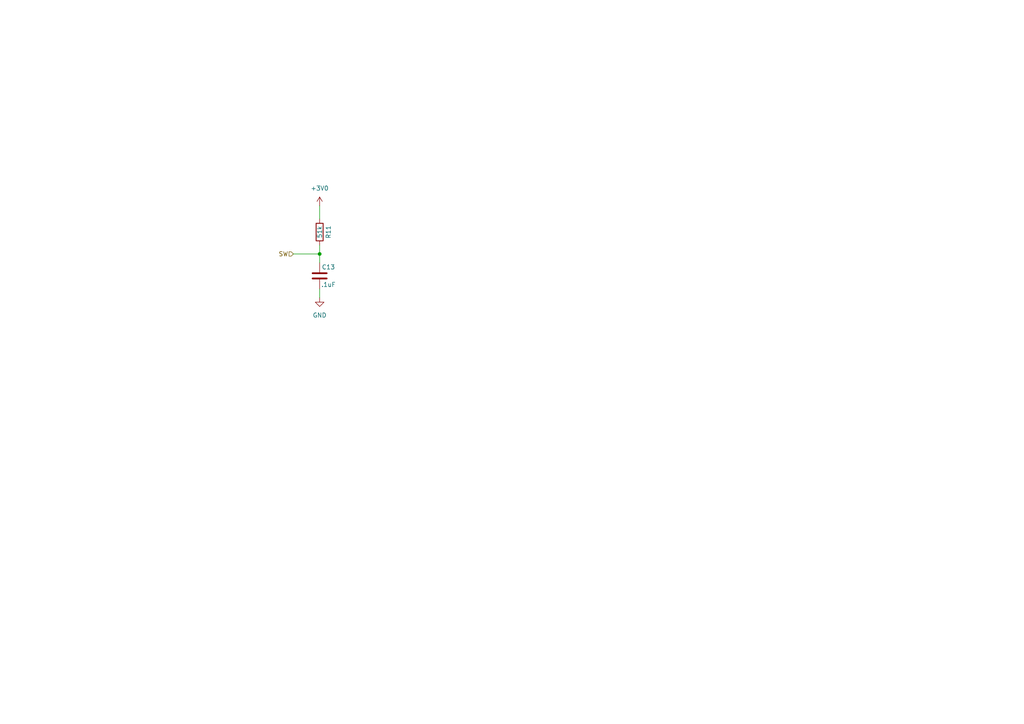
<source format=kicad_sch>
(kicad_sch (version 20231120) (generator "eeschema") (generator_version "8.0")
  (paper "A4")
  (title_block (title "Debounce Circuit") (date "2022-12-07") (rev "1") (comment 1 "5ms symetrical debounce for press / release."))
  (lib_symbols
    (symbol "Device:C" (pin_numbers hide) (pin_names (offset 0.254))
      (property "Reference" "C" (at 0.635 2.54 0))
      (property "Value" "C" (at 0.635 -2.54 0))
      (symbol "C_0_1"
        (polyline (pts (xy -2.032 -0.762) (xy 2.032 -0.762)) (stroke (width 0.508)))
        (polyline (pts (xy -2.032 0.762) (xy 2.032 0.762)) (stroke (width 0.508)))
      )
      (symbol "C_1_1"
        (pin passive line (at 0 3.81 270) (length 2.794) (name "~") (number "1"))
        (pin passive line (at 0 -3.81 90) (length 2.794) (name "~") (number "2"))
      )
    )
    (symbol "Device:R" (pin_numbers hide) (pin_names (offset 0))
      (property "Reference" "R" (at 2.032 0 90))
      (property "Value" "R" (at 0 0 90))
      (symbol "R_0_1"
        (rectangle (start -1.016 -2.54) (end 1.016 2.54) (stroke (width 0.254)))
      )
      (symbol "R_1_1"
        (pin passive line (at 0 3.81 270) (length 1.27) (name "~") (number "1"))
        (pin passive line (at 0 -3.81 90) (length 1.27) (name "~") (number "2"))
      )
    )
    (symbol "power:+3V0" (power) (pin_numbers hide) (pin_names (offset 0) hide)
      (property "Value" "+3V0" (at 0 3.556 0))
      (symbol "+3V0_0_1"
        (polyline (pts (xy -0.762 1.27) (xy 0 2.54)))
        (polyline (pts (xy 0 0) (xy 0 2.54)))
        (polyline (pts (xy 0 2.54) (xy 0.762 1.27)))
      )
      (symbol "+3V0_1_1"
        (pin power_in line (at 0 0 90) (length 0) (name "~") (number "1"))
      )
    )
    (symbol "power:GND" (power) (pin_numbers hide) (pin_names (offset 0) hide)
      (property "Value" "GND" (at 0 -3.81 0))
      (symbol "GND_0_1"
        (polyline (pts (xy 0 0) (xy 0 -1.27) (xy 1.27 -1.27) (xy 0 -2.54) (xy -1.27 -1.27) (xy 0 -1.27)))
      )
      (symbol "GND_1_1"
        (pin power_in line (at 0 0 270) (length 0) (name "~") (number "1"))
      )
    )
  )
  (junction (at 92.71 73.66))
  (wire (pts (xy 85.09 73.66) (xy 92.71 73.66)))
  (wire (pts (xy 92.71 73.66) (xy 92.71 76.2)))
  (wire (pts (xy 92.71 59.69) (xy 92.71 63.5)))
  (wire (pts (xy 92.71 83.82) (xy 92.71 86.36)))
  (wire (pts (xy 92.71 71.12) (xy 92.71 73.66)))
  (hierarchical_label "SW" (shape input) (at 85.09 73.66 180))
  (symbol (lib_id "Device:C") (at 92.71 80.01 0) (unit 1)
    (property "Reference" "C13" (at 95.25 77.47 0))
    (property "Value" ".1uF" (at 95.25 82.55 0))
    (property "Footprint" "Capacitor_SMD:C_0805_2012Metric" (effects (hide yes)))
    (property "Product Number" "CGA4J2X8R1H104K125AE" (effects (hide yes)))
    (instances (project "Control" (path "" (reference "C13") (unit 1)) (path "" (reference "C14") (unit 1)) (path "" (reference "C15") (unit 1)) (path "" (reference "C16") (unit 1))))
  )
  (symbol (lib_id "Device:R") (at 92.71 67.31 0) (unit 1)
    (property "Reference" "R11" (at 95.25 67.31 90))
    (property "Value" "51k" (at 92.71 67.31 90))
    (property "Footprint" "Resistor_SMD:R_0805_2012Metric" (effects (hide yes)))
    (property "Product Number" "ERJ-6ENF5102V" (effects (hide yes)))
    (instances (project "Control" (path "" (reference "R11") (unit 1)) (path "" (reference "R12") (unit 1)) (path "" (reference "R13") (unit 1)) (path "" (reference "R14") (unit 1))))
  )
  (symbol (lib_id "power:GND") (at 92.71 86.36 0) (unit 1)
    (property "Reference" "#PWR027" (effects (hide yes)))
    (property "Value" "GND" (at 92.71 91.44 0))
    (property "Description" "Power symbol creates a global label with name \"GND\" , ground" (effects (hide yes)))
    (instances (project "Control" (path "" (reference "#PWR027") (unit 1)) (path "" (reference "#PWR029") (unit 1)) (path "" (reference "#PWR031") (unit 1)) (path "" (reference "#PWR033") (unit 1))))
  )
  (symbol (lib_id "power:+3V0") (at 92.71 59.69 0) (unit 1)
    (property "Reference" "#PWR026" (effects (hide yes)))
    (property "Value" "+3V0" (at 92.71 54.61 0))
    (property "Description" "Power symbol creates a global label with name \"+3V0\"" (effects (hide yes)))
    (instances (project "Control" (path "" (reference "#PWR026") (unit 1)) (path "" (reference "#PWR028") (unit 1)) (path "" (reference "#PWR030") (unit 1)) (path "" (reference "#PWR032") (unit 1))))
  )
)
</source>
